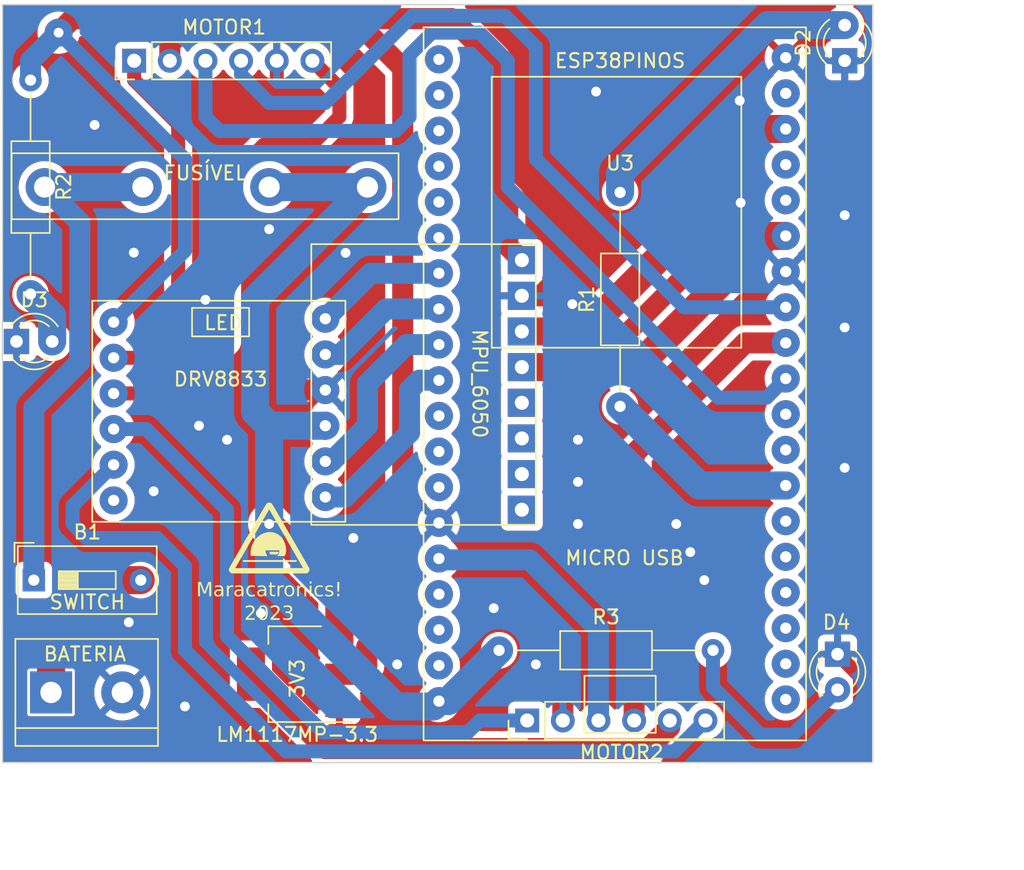
<source format=kicad_pcb>
(kicad_pcb (version 20221018) (generator pcbnew)
  (layers (0 "F.Cu" signal) (31 "B.Cu" signal) (34 "B.Paste" user) (35 "F.Paste" user) (36 "B.SilkS" user "B.Silkscreen") (37 "F.SilkS" user "F.Silkscreen") (38 "B.Mask" user) (39 "F.Mask" user) (44 "Edge.Cuts" user))
  (net 0 "")
  (net 1 "Net-(J1-Pin_1)")
  (net 2 "Earth")
  (net 3 "LED")
  (net 4 "Net-(D2-A)")
  (net 5 "3v3")
  (net 6 "Net-(D3-A)")
  (net 7 "Net-(D4-A)")
  (net 8 "SCL")
  (net 9 "SDA")
  (net 20 "IN4")
  (net 21 "C2_1")
  (net 22 "C1_1")
  (net 25 "IN3")
  (net 32 "IN2")
  (net 33 "C1_2")
  (net 34 "C2_2")
  (net 35 "IN1")
  (net 42 "SAIDA 1 PONTE H ")
  (net 43 "SAIDA 2 PONTE H ")
  (net 44 "SAIDA 3 PONTE H ")
  (net 45 "SAIDA 4 PONTE H ")
  (net 47 "7.4V")
  (footprint "LED_THT:LED_D3.0mm" (layer "F.Cu") (at 190 43 90)
    (fp_text reference "D2" (at 1.27 -2.96 90) (layer "F.SilkS"))
    (fp_text value "LED")
    (pad "1" thru_hole rect (at 0 0 90) (size 1.8 1.8) (drill 0.9) (layers "*.Cu" "*.Mask") (net 2 "Earth"))
    (pad "2" thru_hole circle (at 2.54 0 90) (size 1.8 1.8) (drill 0.9) (layers "*.Cu" "*.Mask") (net 4 "Net-(D2-A)"))
  )
  (footprint "LED_THT:LED_D3.0mm" (layer "F.Cu") (at 189.489565 85.273763 -90)
    (fp_text reference "D4" (at -2.264918 0.073989 -180) (layer "F.SilkS"))
    (fp_text value "LED")
    (pad "1" thru_hole rect (at 0 0 270) (size 1.8 1.8) (drill 0.9) (layers "*.Cu" "*.Mask") (net 2 "Earth"))
    (pad "2" thru_hole circle (at 2.54 0 270) (size 1.8 1.8) (drill 0.9) (layers "*.Cu" "*.Mask") (net 7 "Net-(D4-A)"))
  )
  (footprint "ESP 38:FUSIVEL" (layer "F.Cu") (at 135.864 38.922)
    (fp_text reference "FUSÍVEL" hide)
    (fp_text value "Fusivel" hide)
    (fp_text user "FUSÍVEL" (at 8.5725 12.078 unlocked) (layer "F.SilkS"))
    (pad "A1" thru_hole circle (at -2.864 13.078) (size 2.7 2.7) (drill 1.5) (layers "*.Cu" "*.Mask") (net 47 "7.4V"))
    (pad "A2" thru_hole circle (at 4.136 13.078) (size 2.7 2.7) (drill 1.5) (layers "*.Cu" "*.Mask") (net 47 "7.4V"))
    (pad "A3" thru_hole circle (at 13.136 13.078) (size 2.7 2.7) (drill 1.5) (layers "*.Cu" "*.Mask") (net 47 "7.4V"))
    (pad "A4" thru_hole circle (at 20.136 13.078) (size 2.7 2.7) (drill 1.5) (layers "*.Cu" "*.Mask") (net 47 "7.4V"))
  )
  (footprint "Button_Switch_THT:SW_DIP_SPSTx01_Slide_9.78x4.72mm_W7.62mm_P2.54mm" (layer "F.Cu") (at 132.2325 80)
    (fp_text reference "B1" (at 3.81 -3.42) (layer "F.SilkS"))
    (fp_text value "SWITCH" (at 3.813743 1.566539) (layer "F.SilkS"))
    (pad "1" thru_hole rect (at 0 0) (size 1.6 1.6) (drill 0.8) (layers "*.Cu" "*.Mask") (net 47 "7.4V"))
    (pad "2" thru_hole oval (at 7.62 0) (size 1.6 1.6) (drill 0.8) (layers "*.Cu" "*.Mask") (net 1 "Net-(J1-Pin_1)"))
  )
  (footprint "Resistor_THT:R_Axial_DIN0207_L6.3mm_D2.5mm_P15.24mm_Horizontal" (layer "F.Cu") (at 132 44.38 -90)
    (fp_text reference "R2" (at 7.62 -2.37 90) (layer "F.SilkS"))
    (fp_text value "R_US")
    (pad "1" thru_hole circle (at 0 0 270) (size 1.6 1.6) (drill 0.8) (layers "*.Cu" "*.Mask") (net 5 "3v3"))
    (pad "2" thru_hole oval (at 15.24 0 270) (size 1.6 1.6) (drill 0.8) (layers "*.Cu" "*.Mask") (net 6 "Net-(D3-A)"))
  )
  (footprint "ESP 38:ESP 38 PINOS" (layer "F.Cu") (at 174 67)
    (fp_text reference "U3" (at 0 -16.7 unlocked) (layer "F.SilkS"))
    (fp_text value "ESP38PINOS" (at 0 -24 unlocked) (layer "F.SilkS"))
    (fp_text user "MICRO USB" (at -4 12 unlocked) (layer "F.SilkS") (effects (justify left bottom)))
    (pad "A0" thru_hole circle (at -12.905 -24.1) (size 2 2) (drill 0.8) (layers "*.Cu" "*.Mask"))
    (pad "A1" thru_hole circle (at -12.905 -21.56) (size 2 2) (drill 0.8) (layers "*.Cu" "*.Adhes"))
    (pad "A2" thru_hole circle (at -12.905 -19.02) (size 2 2) (drill 0.8) (layers "*.Cu" "B.Mask"))
    (pad "A3" thru_hole circle (at -12.905 -16.48) (size 2 2) (drill 0.8) (layers "*.Cu" "*.Mask" "Eco1.User"))
    (pad "A4" thru_hole circle (at -12.905 -13.94) (size 2 2) (drill 0.8) (layers "*.Cu" "*.Mask"))
    (pad "A5" thru_hole circle (at -12.905 -11.4) (size 2 2) (drill 0.8) (layers "*.Cu" "*.Mask" "Eco1.User"))
    (pad "A6" thru_hole circle (at -12.905 -8.86) (size 2 2) (drill 0.8) (layers "*.Cu" "*.Mask") (net 20 "IN4"))
    (pad "A7" thru_hole circle (at -12.905 -6.32) (size 2 2) (drill 0.8) (layers "*.Cu" "*.Mask") (net 25 "IN3"))
    (pad "A8" thru_hole circle (at -12.905 -3.78) (size 2 2) (drill 0.8) (layers "*.Cu" "*.Mask") (net 32 "IN2"))
    (pad "A9" thru_hole circle (at -12.905 -1.24) (size 2 2) (drill 0.8) (layers "*.Cu" "*.Mask") (net 35 "IN1"))
    (pad "A10" thru_hole circle (at -12.905 1.3) (size 2 2) (drill 0.8) (layers "*.Cu" "*.Mask"))
    (pad "A11" thru_hole circle (at -12.905 3.84) (size 2 2) (drill 0.8) (layers "*.Cu" "*.Mask"))
    (pad "A12" thru_hole circle (at -12.905 6.38) (size 2 2) (drill 0.8) (layers "*.Cu" "*.Mask"))
    (pad "A13" thru_hole circle (at -12.905 8.92) (size 2 2) (drill 0.8) (layers "*.Cu" "*.Mask") (net 2 "Earth"))
    (pad "A14" thru_hole circle (at -12.905 11.46) (size 2 2) (drill 0.8) (layers "*.Cu" "*.Mask") (net 34 "C2_2"))
    (pad "A15" thru_hole circle (at -12.905 14) (size 2 2) (drill 0.8) (layers "*.Cu" "*.Mask"))
    (pad "A16" thru_hole circle (at -12.905 16.54) (size 2 2) (drill 0.8) (layers "*.Cu" "*.Mask"))
    (pad "A17" thru_hole circle (at -12.905 19.08) (size 2 2) (drill 0.8) (layers "*.Cu" "*.Mask"))
    (pad "A18" thru_hole circle (at -12.905 21.62) (size 2 2) (drill 0.8) (layers "*.Cu" "*.Mask") (net 47 "7.4V"))
    (pad "A19" thru_hole circle (at 11.8 -24.22) (size 2 2) (drill 0.8) (layers "*.Cu" "*.Mask") (net 2 "Earth"))
    (pad "A20" thru_hole circle (at 11.8 -21.68) (size 2 2) (drill 0.8) (layers "*.Cu" "*.Mask"))
    (pad "A21" thru_hole circle (at 11.8 -19.14) (size 2 2) (drill 0.8) (layers "*.Cu" "*.Mask") (net 8 "SCL"))
    (pad "A22" thru_hole circle (at 11.8 -16.6) (size 2 2) (drill 0.8) (layers "*.Cu" "*.Mask"))
    (pad "A23" thru_hole circle (at 11.8 -14.06) (size 2 2) (drill 0.8) (layers "*.Cu" "*.Mask"))
    (pad "A24" thru_hole circle (at 11.8 -11.52) (size 2 2) (drill 0.8) (layers "*.Cu" "*.Mask") (net 9 "SDA"))
    (pad "A25" thru_hole circle (at 11.8 -8.98) (size 2 2) (drill 0.8) (layers "*.Cu" "*.Mask") (net 2 "Earth"))
    (pad "A26" thru_hole circle (at 11.8 -6.44) (size 2 2) (drill 0.8) (layers "*.Cu" "*.Mask") (net 21 "C2_1"))
    (pad "A27" thru_hole circle (at 11.8 -3.9) (size 2 2) (drill 0.8) (layers "*.Cu" "*.Mask") (net 33 "C1_2"))
    (pad "A28" thru_hole circle (at 11.8 -1.36) (size 2 2) (drill 0.8) (layers "*.Cu" "*.Mask") (net 22 "C1_1"))
    (pad "A29" thru_hole circle (at 11.8 1.18) (size 2 2) (drill 0.8) (layers "*.Cu" "*.Mask"))
    (pad "A30" thru_hole circle (at 11.8 3.72) (size 2 2) (drill 0.8) (layers "*.Cu" "*.Mask"))
    (pad "A31" thru_hole circle (at 11.8 6.26) (size 2 2) (drill 0.8) (layers "*.Cu" "*.Mask") (net 3 "LED"))
    (pad "A32" thru_hole circle (at 11.8 8.8) (size 2 2) (drill 0.8) (layers "*.Cu" "*.Mask"))
    (pad "A33" thru_hole circle (at 11.8 11.34) (size 2 2) (drill 0.8) (layers "*.Cu" "*.Mask"))
    (pad "A34" thru_hole circle (at 11.8 13.88) (size 2 2) (drill 0.8) (layers "*.Cu" "*.Mask"))
    (pad "A35" thru_hole circle (at 11.8 16.42) (size 2 2) (drill 0.8) (layers "*.Cu" "*.Mask"))
    (pad "A36" thru_hole circle (at 11.8 18.96) (size 2 2) (drill 0.8) (layers "*.Cu" "*.Mask"))
    (pad "A37" thru_hole circle (at 11.8 21.5) (size 2 2) (drill 0.8) (layers "*.Cu" "*.Mask"))
  )
  (footprint "Connector_PinHeader_2.54mm:PinHeader_1x06_P2.54mm_Vertical" (layer "F.Cu") (at 167.38 90 90)
    (fp_text reference "MOTOR2" (at -2.269178 6.726759 180) (layer "F.SilkS"))
    (fp_text value "Conn_01x06_Male" hide)
    (pad "1" thru_hole rect (at 0 0 90) (size 1.7 1.7) (drill 1) (layers "*.Cu" "*.Mask") (net 45 "SAIDA 4 PONTE H "))
    (pad "2" thru_hole oval (at 0 2.54 90) (size 1.7 1.7) (drill 1) (layers "*.Cu" "*.Mask") (net 2 "Earth"))
    (pad "3" thru_hole oval (at 0 5.08 90) (size 1.7 1.7) (drill 1) (layers "*.Cu" "*.Mask") (net 34 "C2_2"))
    (pad "4" thru_hole oval (at 0 7.62 90) (size 1.7 1.7) (drill 1) (layers "*.Cu" "*.Mask") (net 33 "C1_2"))
    (pad "5" thru_hole oval (at 0 10.16 90) (size 1.7 1.7) (drill 1) (layers "*.Cu" "*.Mask") (net 5 "3v3"))
    (pad "6" thru_hole oval (at 0 12.7 90) (size 1.7 1.7) (drill 1) (layers "*.Cu" "*.Mask") (net 44 "SAIDA 3 PONTE H "))
  )
  (footprint "Resistor_THT:R_Axial_DIN0207_L6.3mm_D2.5mm_P15.24mm_Horizontal" (layer "F.Cu") (at 174 67.62 90)
    (fp_text reference "R1" (at 7.62 -2.37 90) (layer "F.SilkS"))
    (fp_text value "R_US")
    (pad "1" thru_hole circle (at 0 0 90) (size 1.6 1.6) (drill 0.8) (layers "*.Cu" "*.Mask") (net 3 "LED"))
    (pad "2" thru_hole oval (at 15.24 0 90) (size 1.6 1.6) (drill 0.8) (layers "*.Cu" "*.Mask") (net 4 "Net-(D2-A)"))
  )
  (footprint "Package_TO_SOT_SMD:SOT-223-3_TabPin2" (layer "F.Cu") (at 150.85 86.7 180)
    (fp_text reference "3V3" (at -0.15 -0.3 90) (layer "F.SilkS"))
    (fp_text value "LM1117MP-3.3" (at -0.15 -4.3) (layer "F.SilkS"))
    (pad "1" smd rect (at -3.15 -2.3 180) (size 2 1.5) (layers "F.Cu" "F.Paste" "F.Mask") (net 2 "Earth"))
    (pad "2" smd rect (at -3.15 0 180) (size 2 1.5) (layers "F.Cu" "F.Paste" "F.Mask") (net 5 "3v3"))
    (pad "2" smd rect (at 3.15 0 180) (size 2 3.8) (layers "F.Cu" "F.Paste" "F.Mask") (net 5 "3v3"))
    (pad "3" smd rect (at -3.15 2.3 180) (size 2 1.5) (layers "F.Cu" "F.Paste" "F.Mask") (net 47 "7.4V"))
  )
  (footprint "Connector_PinHeader_2.54mm:PinHeader_1x06_P2.54mm_Vertical" (layer "F.Cu") (at 139.38 43 90)
    (fp_text reference "MOTOR1" hide)
    (fp_text value "Conn_01x06_Male" hide)
    (fp_text user "${REFERENCE}" (at 2.390184 6.411902) (layer "F.SilkS"))
    (pad "1" thru_hole rect (at 0 0 90) (size 1.7 1.7) (drill 1) (layers "*.Cu" "*.Mask") (net 42 "SAIDA 1 PONTE H "))
    (pad "2" thru_hole oval (at 0 2.54 90) (size 1.7 1.7) (drill 1) (layers "*.Cu" "*.Mask") (net 5 "3v3"))
    (pad "3" thru_hole oval (at 0 5.08 90) (size 1.7 1.7) (drill 1) (layers "*.Cu" "*.Mask") (net 22 "C1_1"))
    (pad "4" thru_hole oval (at 0 7.62 90) (size 1.7 1.7) (drill 1) (layers "*.Cu" "*.Mask") (net 21 "C2_1"))
    (pad "5" thru_hole oval (at 0 10.16 90) (size 1.7 1.7) (drill 1) (layers "*.Cu" "*.Mask") (net 2 "Earth"))
    (pad "6" thru_hole oval (at 0 12.7 90) (size 1.7 1.7) (drill 1) (layers "*.Cu" "*.Mask") (net 43 "SAIDA 2 PONTE H "))
  )
  (footprint "LED_THT:LED_D3.0mm" (layer "F.Cu") (at 131 63)
    (fp_text reference "D3" (at 1.27 -2.96) (layer "F.SilkS"))
    (fp_text value "LED")
    (pad "1" thru_hole rect (at 0 0) (size 1.8 1.8) (drill 0.9) (layers "*.Cu" "*.Mask") (net 2 "Earth"))
    (pad "2" thru_hole circle (at 2.54 0) (size 1.8 1.8) (drill 0.9) (layers "*.Cu" "*.Mask") (net 6 "Net-(D3-A)"))
  )
  (footprint "TerminalBlock:TerminalBlock_bornier-2_P5.08mm" (layer "F.Cu") (at 133.46 88)
    (fp_text reference "BATERIA" (at 2.409938 -2.731284) (layer "F.SilkS"))
    (fp_text value "Conn_01x02_Male" hide)
    (pad "" thru_hole rect (at 0 0) (size 3 3) (drill 1.52) (layers "*.Cu" "*.Mask") (net 1 "Net-(J1-Pin_1)") (clearance 0.2))
    (pad "2" thru_hole circle (at 5.08 0) (size 3 3) (drill 1.52) (layers "*.Cu" "*.Mask") (net 2 "Earth"))
  )
  (footprint "Placa v1.2(Versão SMD):LOGOMARA MARACA" (layer "F.Cu") (at 149 77)
    (fp_text reference "G***" hide)
    (fp_text value "LOGO" hide)
  )
  (footprint "Resistor_THT:R_Axial_DIN0207_L6.3mm_D2.5mm_P15.24mm_Horizontal" (layer "F.Cu") (at 165.38 85)
    (fp_text reference "R3" (at 7.62 -2.37) (layer "F.SilkS"))
    (fp_text value "R_US")
    (pad "1" thru_hole circle (at 0 0) (size 1.6 1.6) (drill 0.8) (layers "*.Cu" "*.Mask") (net 47 "7.4V"))
    (pad "2" thru_hole oval (at 15.24 0) (size 1.6 1.6) (drill 0.8) (layers "*.Cu" "*.Mask") (net 7 "Net-(D4-A)"))
  )
  (footprint "DRV8833:DRV8833" (layer "F.Cu") (at 143 56.54)
    (fp_text reference "DRV8833" (at 2.54 9.144 unlocked) (layer "F.SilkS"))
    (fp_text value "~")
    (fp_text user "LED" (at 1.272491 5.712405 unlocked) (layer "F.SilkS") (effects (justify left bottom)))
    (pad "A0" thru_hole circle (at -5.08 5.08) (size 2 2) (drill 0.8) (layers "*.Cu" "*.Mask") (net 5 "3v3"))
    (pad "A1" thru_hole circle (at -5.08 7.62) (size 2 2) (drill 0.8) (layers "*.Cu" "*.Mask") (net 42 "SAIDA 1 PONTE H "))
    (pad "A2" thru_hole circle (at -5.08 10.16) (size 2 2) (drill 0.8) (layers "*.Cu" "*.Mask") (net 43 "SAIDA 2 PONTE H "))
    (pad "A3" thru_hole circle (at -5.08 12.7) (size 2 2) (drill 0.8) (layers "*.Cu" "*.Mask") (net 45 "SAIDA 4 PONTE H "))
    (pad "A4" thru_hole circle (at -5.08 15.24) (size 2 2) (drill 0.8) (layers "*.Cu" "*.Mask") (net 44 "SAIDA 3 PONTE H "))
    (pad "A5" thru_hole circle (at -5.08 17.78) (size 2 2) (drill 0.8) (layers "*.Cu" "*.Mask"))
    (pad "A6" thru_hole circle (at 10 4.84) (size 2 2) (drill 0.8) (layers "*.Cu" "*.Mask") (net 20 "IN4"))
    (pad "A7" thru_hole circle (at 10 7.38) (size 2 2) (drill 0.8) (layers "*.Cu" "*.Mask") (net 25 "IN3"))
    (pad "A8" thru_hole circle (at 10 9.92) (size 2 2) (drill 0.8) (layers "*.Cu" "*.Mask") (net 2 "Earth"))
    (pad "A9" thru_hole circle (at 10 12.46) (size 2 2) (drill 0.8) (layers "*.Cu" "*.Mask") (net 47 "7.4V"))
    (pad "A10" thru_hole circle (at 10 15) (size 2 2) (drill 0.8) (layers "*.Cu" "*.Mask") (net 32 "IN2"))
    (pad "A11" thru_hole circle (at 10 17.54) (size 2 2) (drill 0.8) (layers "*.Cu" "*.Mask") (net 35 "IN1"))
  )
  (footprint "ESP 38:MPU 6050" (layer "F.Cu") (at 152.776 52.125)
    (fp_text reference "MPU6050" hide)
    (fp_text value "MPU_6050" (at 11.224 13.875 270 unlocked) (layer "F.SilkS"))
    (pad "A0" thru_hole rect (at 14.224 5.08 180) (size 2 2) (drill 1) (layers "*.Cu" "*.Mask") (net 5 "3v3"))
    (pad "A1" thru_hole rect (at 14.224 7.62 180) (size 2 2) (drill 1) (layers "*.Cu" "*.Mask") (net 2 "Earth"))
    (pad "A2" thru_hole rect (at 14.224 10.16) (size 2 2) (drill 1) (layers "*.Cu" "*.Mask") (net 8 "SCL"))
    (pad "A3" thru_hole rect (at 14.224 12.7 180) (size 2 2) (drill 1) (layers "*.Cu" "*.Mask") (net 9 "SDA"))
    (pad "A4" thru_hole rect (at 14.224 15.24 180) (size 2 2) (drill 1) (layers "*.Cu" "*.Mask"))
    (pad "A5" thru_hole rect (at 14.224 17.78 180) (size 2 2) (drill 1) (layers "*.Cu" "*.Mask"))
    (pad "A6" thru_hole rect (at 14.224 20.32 180) (size 2 2) (drill 1) (layers "*.Cu" "*.Mask"))
    (pad "A7" thru_hole rect (at 14.224 22.86 180) (size 2 2) (drill 1) (layers "*.Cu" "*.Mask"))
  )
  (gr_line (start 130 39) (end 130 93) (stroke (width 0.1)) (layer "Edge.Cuts"))
  (gr_line (start 192 39) (end 130 39) (stroke (width 0.1)) (layer "Edge.Cuts"))
  (gr_line (start 130 93) (end 192 93) (stroke (width 0.1)) (layer "Edge.Cuts"))
  (gr_line (start 192 93) (end 192 39) (stroke (width 0.1)) (layer "Edge.Cuts"))
  (gr_text "Maracatronics!\n2023" (at 149 83) (layer "F.SilkS") (effects (font (size 1 1)) (justify bottom)))
  (segment (start 133.46 88) (end 133.46 83.54) (width 2) (layer "F.Cu") (net 1))
  (segment (start 133.46 83.54) (end 137 80) (width 2) (layer "F.Cu") (net 1))
  (segment (start 137 80) (end 139.8525 80) (width 2) (layer "F.Cu") (net 1))
  (segment (start 167.39939 77.55) (end 166 78.94939) (width 1.5) (layer "F.Cu") (net 2))
  (segment (start 191.089565 89.910435) (end 189 92) (width 1) (layer "F.Cu") (net 2))
  (segment (start 185 92) (end 183 90) (width 1) (layer "F.Cu") (net 2))
  (segment (start 183 90) (end 183 83) (width 1) (layer "F.Cu") (net 2))
  (segment (start 149.54 46.485306) (end 148.225306 47.8) (width 1) (layer "F.Cu") (net 2))
  (segment (start 169.92 84.92) (end 169.92 90) (width 1.5) (layer "F.Cu") (net 2))
  (segment (start 191.089565 86.873763) (end 191.089565 89.910435) (width 1) (layer "F.Cu") (net 2))
  (segment (start 169.45 77.55) (end 167.39939 77.55) (width 1.5) (layer "F.Cu") (net 2))
  (segment (start 168.36 59.745) (end 171 57.105) (width 1.5) (layer "F.Cu") (net 2))
  (segment (start 171 76) (end 169.45 77.55) (width 1.5) (layer "F.Cu") (net 2))
  (segment (start 149.54 66.46) (end 146 70) (width 1.5) (layer "F.Cu") (net 2))
  (segment (start 183 83) (end 180 80) (width 1) (layer "F.Cu") (net 2))
  (segment (start 144.457851 50.845093) (end 144.457851 60.028615) (width 1) (layer "F.Cu") (net 2))
  (segment (start 148.225306 47.8) (end 147.502944 47.8) (width 1) (layer "F.Cu") (net 2))
  (segment (start 189 92) (end 185 92) (width 1) (layer "F.Cu") (net 2))
  (segment (start 144.457851 60.028615) (end 144.457851 60) (width 1) (layer "F.Cu") (net 2))
  (segment (start 171 46.484917) (end 172.287706 45.197211) (width 1.5) (layer "F.Cu") (net 2))
  (segment (start 149.54 43) (end 149.54 46.485306) (width 1) (layer "F.Cu") (net 2))
  (segment (start 189.489565 85.273763) (end 191.089565 86.873763) (width 1) (layer "F.Cu") (net 2))
  (segment (start 153 66.46) (end 149.54 66.46) (width 1.5) (layer "F.Cu") (net 2))
  (segment (start 167 59.745) (end 168.36 59.745) (width 1.5) (layer "F.Cu") (net 2))
  (segment (start 171 57.105) (end 171 46.484917) (width 1.5) (layer "F.Cu") (net 2))
  (segment (start 166 78.94939) (end 166 81) (width 1.5) (layer "F.Cu") (net 2))
  (segment (start 166 81) (end 169.92 84.92) (width 1.5) (layer "F.Cu") (net 2))
  (segment (start 147.502944 47.8) (end 144.457851 50.845093) (width 1) (layer "F.Cu") (net 2))
  (via (at 170.599219 60.3355) (size 1.5) (drill 0.7) (layers "F.Cu" "B.Cu") (net 2))
  (via (at 144 69) (size 1.5) (drill 0.7) (layers "F.Cu" "B.Cu") (net 2))
  (via (at 182.589354 53.116603) (size 1.5) (drill 0.7) (layers "F.Cu" "B.Cu") (net 2))
  (via (at 144.457851 60.028615) (size 1.5) (drill 0.7) (layers "F.Cu" "B.Cu") (net 2))
  (via (at 172.287706 45.197211) (size 1.5) (drill 0.7) (layers "F.Cu" "B.Cu") (net 2))
  (via (at 146 70) (size 1.5) (drill 0.7) (layers "F.Cu" "B.Cu") (net 2))
  (via (at 179 78) (size 1.5) (drill 0.7) (layers "F.Cu" "B.Cu") (net 2))
  (via (at 171 76) (size 1.5) (drill 0.7) (layers "F.Cu" "B.Cu") (net 2))
  (via (at 158.118883 86) (size 1.5) (drill 0.7) (layers "F.Cu" "B.Cu") (net 2))
  (via (at 190 54) (size 1.5) (drill 0.7) (layers "F.Cu" "B.Cu") (net 2))
  (via (at 139 83) (size 1.5) (drill 0.7) (layers "F.Cu" "B.Cu") (net 2))
  (via (at 171 70) (size 1.5) (drill 0.7) (layers "F.Cu" "B.Cu") (net 2))
  (via (at 180 80) (size 1.5) (drill 0.7) (layers "F.Cu" "B.Cu") (net 2))
  (via (at 182.524969 45.841064) (size 1.5) (drill 0.7) (layers "F.Cu" "B.Cu") (net 2))
  (via (at 148.410389 82.358365) (size 1.5) (drill 0.7) (layers "F.Cu" "B.Cu") (net 2))
  (via (at 171 73) (size 1.5) (drill 0.7) (layers "F.Cu" "B.Cu") (net 2))
  (via (at 139.356146 56.670467) (size 1.5) (drill 0.7) (layers "F.Cu" "B.Cu") (net 2))
  (via (at 190 62) (size 1.5) (drill 0.7) (layers "F.Cu" "B.Cu") (net 2))
  (via (at 155 77) (size 1.5) (drill 0.7) (layers "F.Cu" "B.Cu") (net 2))
  (via (at 178 76) (size 1.5) (drill 0.7) (layers "F.Cu" "B.Cu") (net 2))
  (via (at 136.566117 47.570677) (size 1.5) (drill 0.7) (layers "F.Cu" "B.Cu") (net 2))
  (via (at 190 72) (size 1.5) (drill 0.7) (layers "F.Cu" "B.Cu") (net 2))
  (via (at 154.446641 56.683904) (size 1.5) (drill 0.7) (layers "F.Cu" "B.Cu") (net 2))
  (via (at 143 89) (size 1.5) (drill 0.7) (layers "F.Cu" "B.Cu") (net 2))
  (via (at 168 86) (size 1.5) (drill 0.7) (layers "F.Cu" "B.Cu") (net 2))
  (via (at 165 82) (size 1.5) (drill 0.7) (layers "F.Cu" "B.Cu") (net 2))
  (via (at 140.772623 73.668186) (size 1.5) (drill 0.7) (layers "F.Cu" "B.Cu") (net 2))
  (via (at 149 55) (size 1.5) (drill 0.7) (layers "F.Cu" "B.Cu") (net 2))
  (segment (start 146 67) (end 146 70) (width 1) (layer "B.Cu") (net 2))
  (segment (start 144 60.486466) (end 144 65) (width 1) (layer "B.Cu") (net 2))
  (segment (start 144 65) (end 146 67) (width 1) (layer "B.Cu") (net 2))
  (segment (start 144.457851 60.028615) (end 144 60.486466) (width 1) (layer "B.Cu") (net 2))
  (segment (start 174 67.62) (end 179.64 73.26) (width 2) (layer "B.Cu") (net 3))
  (segment (start 179.64 73.26) (end 185.8 73.26) (width 2) (layer "B.Cu") (net 3))
  (segment (start 174 51) (end 184.54 40.46) (width 2) (layer "B.Cu") (net 4))
  (segment (start 174 52.38) (end 174 51) (width 2) (layer "B.Cu") (net 4))
  (segment (start 184.54 40.46) (end 190 40.46) (width 2) (layer "B.Cu") (net 4))
  (segment (start 166 56.205) (end 166 53) (width 1.5) (layer "F.Cu") (net 5))
  (segment (start 155.95 84.75) (end 158.513533 82.186467) (width 1.5) (layer "F.Cu") (net 5))
  (segment (start 155.35 86.7) (end 155.95 86.1) (width 1.5) (layer "F.Cu") (net 5))
  (segment (start 162 40) (end 155 40) (width 1.5) (layer "F.Cu") (net 5))
  (segment (start 167 57.205) (end 166 56.205) (width 1.5) (layer "F.Cu") (net 5))
  (segment (start 158.513533 43.513533) (end 155 40) (width 1.5) (layer "F.Cu") (net 5))
  (segment (start 158.513533 82.186467) (end 158.513533 43.513533) (width 1.5) (layer "F.Cu") (net 5))
  (segment (start 155.95 86.1) (end 155.95 84.75) (width 1.5) (layer "F.Cu") (net 5))
  (segment (start 153 92) (end 176 92) (width 1.5) (layer "F.Cu") (net 5))
  (segment (start 141.92 41.797919) (end 141.92 43) (width 1.5) (layer "F.Cu") (net 5))
  (segment (start 176 92) (end 177.54 90.46) (width 1.5) (layer "F.Cu") (net 5))
  (segment (start 154 86.7) (end 155.35 86.7) (width 1.5) (layer "F.Cu") (net 5))
  (segment (start 143.717919 40) (end 141.92 41.797919) (width 1.5) (layer "F.Cu") (net 5))
  (segment (start 134 41) (end 135 40) (width 1.5) (layer "F.Cu") (net 5))
  (segment (start 155 40) (end 143.717919 40) (width 1.5) (layer "F.Cu") (net 5))
  (segment (start 166 53) (end 165 52) (width 1.5) (layer "F.Cu") (net 5))
  (segment (start 165 43) (end 162 40) (width 1.5) (layer "F.Cu") (net 5))
  (segment (start 165 52) (end 165 43) (width 1.5) (layer "F.Cu") (net 5))
  (segment (start 147.7 86.7) (end 153 92) (width 1.5) (layer "F.Cu") (net 5))
  (segment (start 135 40) (end 143.717919 40) (width 1.5) (layer "F.Cu") (net 5))
  (segment (start 177.54 90.46) (end 177.54 90) (width 1.5) (layer "F.Cu") (net 5))
  (via (at 134 41) (size 2) (drill 0.7) (layers "F.Cu" "B.Cu") (net 5))
  (segment (start 143 50) (end 134 41) (width 1) (layer "B.Cu") (net 5))
  (segment (start 143 56.54) (end 143 50) (width 1) (layer "B.Cu") (net 5))
  (segment (start 137.92 61.62) (end 143 56.54) (width 1) (layer "B.Cu") (net 5))
  (segment (start 132 44.38) (end 132 43) (width 1.5) (layer "B.Cu") (net 5))
  (segment (start 132 43) (end 134 41) (width 1.5) (layer "B.Cu") (net 5))
  (segment (start 132 59.62) (end 133.54 61.16) (width 2) (layer "B.Cu") (net 6))
  (segment (start 133.54 61.16) (end 133.54 63) (width 2) (layer "B.Cu") (net 6))
  (segment (start 184 91) (end 186.303328 91) (width 1) (layer "B.Cu") (net 7))
  (segment (start 180.62 85) (end 180.62 87.62) (width 1) (layer "B.Cu") (net 7))
  (segment (start 180.62 87.62) (end 184 91) (width 1) (layer "B.Cu") (net 7))
  (segment (start 186.303328 91) (end 189.489565 87.813763) (width 1) (layer "B.Cu") (net 7))
  (segment (start 171.510836 62.285) (end 180 53.795836) (width 2) (layer "F.Cu") (net 8))
  (segment (start 180 53.795836) (end 180 52) (width 2) (layer "F.Cu") (net 8))
  (segment (start 180 52) (end 184.14 47.86) (width 2) (layer "F.Cu") (net 8))
  (segment (start 184.14 47.86) (end 185.8 47.86) (width 2) (layer "F.Cu") (net 8))
  (segment (start 167 62.285) (end 171.510836 62.285) (width 2) (layer "F.Cu") (net 8))
  (segment (start 184.52 55.48) (end 185.8 55.48) (width 2) (layer "F.Cu") (net 9))
  (segment (start 167 64.825) (end 175.175 64.825) (width 2) (layer "F.Cu") (net 9))
  (segment (start 175.175 64.825) (end 184.52 55.48) (width 2) (layer "F.Cu") (net 9))
  (segment (start 153 61.38) (end 156.24 58.14) (width 1.5) (layer "B.Cu") (net 20))
  (segment (start 156.24 58.14) (end 161.095 58.14) (width 1.5) (layer "B.Cu") (net 20))
  (segment (start 168 42) (end 165.8 39.8) (width 1) (layer "B.Cu") (net 21))
  (segment (start 178.56 60.56) (end 168 50) (width 1) (layer "B.Cu") (net 21))
  (segment (start 149 46) (end 147 44) (width 1) (layer "B.Cu") (net 21))
  (segment (start 168 50) (end 168 42) (width 1) (layer "B.Cu") (net 21))
  (segment (start 185.8 60.56) (end 178.56 60.56) (width 1) (layer "B.Cu") (net 21))
  (segment (start 159.2 39.8) (end 153 46) (width 1) (layer "B.Cu") (net 21))
  (segment (start 165.8 39.8) (end 159.2 39.8) (width 1) (layer "B.Cu") (net 21))
  (segment (start 153 46) (end 149 46) (width 1) (layer "B.Cu") (net 21))
  (segment (start 147 44) (end 147 43) (width 1) (layer "B.Cu") (net 21))
  (segment (start 145.46 48) (end 158 48) (width 1) (layer "B.Cu") (net 22))
  (segment (start 160.590836 41) (end 164 41) (width 1) (layer "B.Cu") (net 22))
  (segment (start 144.46 47) (end 145.46 48) (width 1) (layer "B.Cu") (net 22))
  (segment (start 159 42.590836) (end 160.590836 41) (width 1) (layer "B.Cu") (net 22))
  (segment (start 158 48) (end 159 47) (width 1) (layer "B.Cu") (net 22))
  (segment (start 144.46 47) (end 144.46 43) (width 1) (layer "B.Cu") (net 22))
  (segment (start 166 52) (end 181 67) (width 1) (layer "B.Cu") (net 22))
  (segment (start 181 67) (end 184.44 67) (width 1) (layer "B.Cu") (net 22))
  (segment (start 164 41) (end 166 43) (width 1) (layer "B.Cu") (net 22))
  (segment (start 184.44 67) (end 185.8 65.64) (width 1) (layer "B.Cu") (net 22))
  (segment (start 159 47) (end 159 42.590836) (width 1) (layer "B.Cu") (net 22))
  (segment (start 166 43) (end 166 52) (width 1) (layer "B.Cu") (net 22))
  (segment (start 157.32 60.68) (end 161.095 60.68) (width 1.5) (layer "B.Cu") (net 25))
  (segment (start 154.08 63.92) (end 157.32 60.68) (width 1.5) (layer "B.Cu") (net 25))
  (segment (start 153 63.92) (end 154.08 63.92) (width 1.5) (layer "B.Cu") (net 25))
  (segment (start 153 71.54) (end 153.46 71.54) (width 1.5) (layer "B.Cu") (net 32))
  (segment (start 158.78 63.22) (end 161.095 63.22) (width 1.5) (layer "B.Cu") (net 32))
  (segment (start 156 66) (end 158.78 63.22) (width 1.5) (layer "B.Cu") (net 32))
  (segment (start 156 69) (end 156 66) (width 1.5) (layer "B.Cu") (net 32))
  (segment (start 153.46 71.54) (end 156 69) (width 1.5) (layer "B.Cu") (net 32))
  (segment (start 182.9 63.1) (end 175 71) (width 1.5) (layer "F.Cu") (net 33))
  (segment (start 185.8 63.1) (end 182.9 63.1) (width 1.5) (layer "F.Cu") (net 33))
  (segment (start 175 71) (end 175 90) (width 1.5) (layer "F.Cu") (net 33))
  (segment (start 167.554542 78.554542) (end 172.46 83.46) (width 1.5) (layer "B.Cu") (net 34))
  (segment (start 172.46 83.46) (end 172.46 90) (width 1.5) (layer "B.Cu") (net 34))
  (segment (start 161.189542 78.554542) (end 167.554542 78.554542) (width 1.5) (layer "B.Cu") (net 34))
  (segment (start 161.095 78.46) (end 161.189542 78.554542) (width 1) (layer "B.Cu") (net 34))
  (segment (start 159.680787 65.76) (end 161.095 65.76) (width 1.5) (layer "B.Cu") (net 35))
  (segment (start 153 74.08) (end 154.414213 74.08) (width 1.5) (layer "B.Cu") (net 35))
  (segment (start 159 66.440787) (end 159.680787 65.76) (width 1.5) (layer "B.Cu") (net 35))
  (segment (start 159 69.494213) (end 159 66.440787) (width 1.5) (layer "B.Cu") (net 35))
  (segment (start 154.414213 74.08) (end 159 69.494213) (width 1.5) (layer "B.Cu") (net 35))
  (segment (start 142.515762 47.515762) (end 142.515762 62.484238) (width 1) (layer "F.Cu") (net 42))
  (segment (start 142.515762 62.484238) (end 140.84 64.16) (width 1) (layer "F.Cu") (net 42))
  (segment (start 139.38 43) (end 139.38 44.38) (width 1) (layer "F.Cu") (net 42))
  (segment (start 140.84 64.16) (end 137.92 64.16) (width 1) (layer "F.Cu") (net 42))
  (segment (start 139.38 44.38) (end 142.515762 47.515762) (width 1) (layer "F.Cu") (net 42))
  (segment (start 148.596468 49) (end 146 51.596468) (width 1) (layer "F.Cu") (net 43))
  (segment (start 154 47) (end 152 49) (width 1) (layer "F.Cu") (net 43))
  (segment (start 142.3 66.7) (end 137.92 66.7) (width 1) (layer "F.Cu") (net 43))
  (segment (start 146 63) (end 142.3 66.7) (width 1) (layer "F.Cu") (net 43))
  (segment (start 154 44.92) (end 154 47) (width 1) (layer "F.Cu") (net 43))
  (segment (start 152 49) (end 148.596468 49) (width 1) (layer "F.Cu") (net 43))
  (segment (start 152.08 43) (end 154 44.92) (width 1) (layer "F.Cu") (net 43))
  (segment (start 146 51.596468) (end 146 63) (width 1) (layer "F.Cu") (net 43))
  (segment (start 143 85) (end 150.2 92.2) (width 1) (layer "B.Cu") (net 44))
  (segment (start 141 77) (end 143 79) (width 1) (layer "B.Cu") (net 44))
  (segment (start 143 79) (end 143 85) (width 1) (layer "B.Cu") (net 44))
  (segment (start 137.92 71.78) (end 135 74.7) (width 1) (layer "B.Cu") (net 44))
  (segment (start 136 77) (end 141 77) (width 1) (layer "B.Cu") (net 44))
  (segment (start 135 76) (end 136 77) (width 1) (layer "B.Cu") (net 44))
  (segment (start 135 74.7) (end 135 76) (width 1) (layer "B.Cu") (net 44))
  (segment (start 150.2 92.2) (end 177.88 92.2) (width 1) (layer "B.Cu") (net 44))
  (segment (start 177.88 92.2) (end 180.08 90) (width 1) (layer "B.Cu") (net 44))
  (segment (start 146 84) (end 146 75) (width 1) (layer "B.Cu") (net 45))
  (segment (start 163.161264 90.838736) (end 152.838736 90.838736) (width 1) (layer "B.Cu") (net 45))
  (segment (start 140.24 69.24) (end 137.92 69.24) (width 1) (layer "B.Cu") (net 45))
  (segment (start 152.838736 90.838736) (end 146 84) (width 1) (layer "B.Cu") (net 45))
  (segment (start 146 75) (end 140.24 69.24) (width 1) (layer "B.Cu") (net 45))
  (segment (start 167.38 90) (end 164 90) (width 1) (layer "B.Cu") (net 45))
  (segment (start 164 90) (end 163.161264 90.838736) (width 1) (layer "B.Cu") (net 45))
  (segment (start 154 81) (end 154 84.4) (width 2) (layer "F.Cu") (net 47))
  (segment (start 149 76) (end 154 81) (width 2) (layer "F.Cu") (net 47))
  (via (at 149 76) (size 2) (drill 0.7) (layers "F.Cu" "B.Cu") (net 47))
  (segment (start 135.506971 54.506971) (end 133 52) (width 1.5) (layer "B.Cu") (net 47))
  (segment (start 149 69) (end 149 76) (width 2) (layer "B.Cu") (net 47))
  (segment (start 133 52) (end 140 52) (width 2) (layer "B.Cu") (net 47))
  (segment (start 132.2325 80) (end 132.2325 67.742195) (width 1.5) (layer "B.Cu") (net 47))
  (segment (start 149 52) (end 156 52) (width 2) (layer "B.Cu") (net 47))
  (segment (start 153 69) (end 149 69) (width 2) (layer "B.Cu") (net 47))
  (segment (start 156 52) (end 148 60) (width 2) (layer "B.Cu") (net 47))
  (segment (start 149 80) (end 149 76) (width 2) (layer "B.Cu") (net 47))
  (segment (start 158 89) (end 160.715 89) (width 2) (layer "B.Cu") (net 47))
  (segment (start 160.715 89) (end 161.095 88.62) (width 1.5) (layer "B.Cu") (net 47))
  (segment (start 158 89) (end 149 80) (width 2) (layer "B.Cu") (net 47))
  (segment (start 161.095 88.62) (end 161.76 88.62) (width 1.5) (layer "B.Cu") (net 47))
  (segment (start 132.2325 67.742195) (end 135.506971 64.467724) (width 1.5) (layer "B.Cu") (net 47))
  (segment (start 148 60) (end 148 68) (width 2) (layer "B.Cu") (net 47))
  (segment (start 135.506971 64.467724) (end 135.506971 54.506971) (width 1.5) (layer "B.Cu") (net 47))
  (segment (start 161.76 88.62) (end 165.38 85) (width 2) (layer "B.Cu") (net 47))
  (segment (start 148 68) (end 149 69) (width 2) (layer "B.Cu") (net 47))
  (zone (net 2) (net_name "Earth") (layers "F&B.Cu") (connect_pads (clearance 0.5)) (min_thickness 0.25) (fill yes (thermal_gap 0.5) (thermal_bridge_width 0.5))
    (polygon (pts (xy 130 93) (xy 192 93) (xy 192 39) (xy 130 39)))
  )
)
</source>
